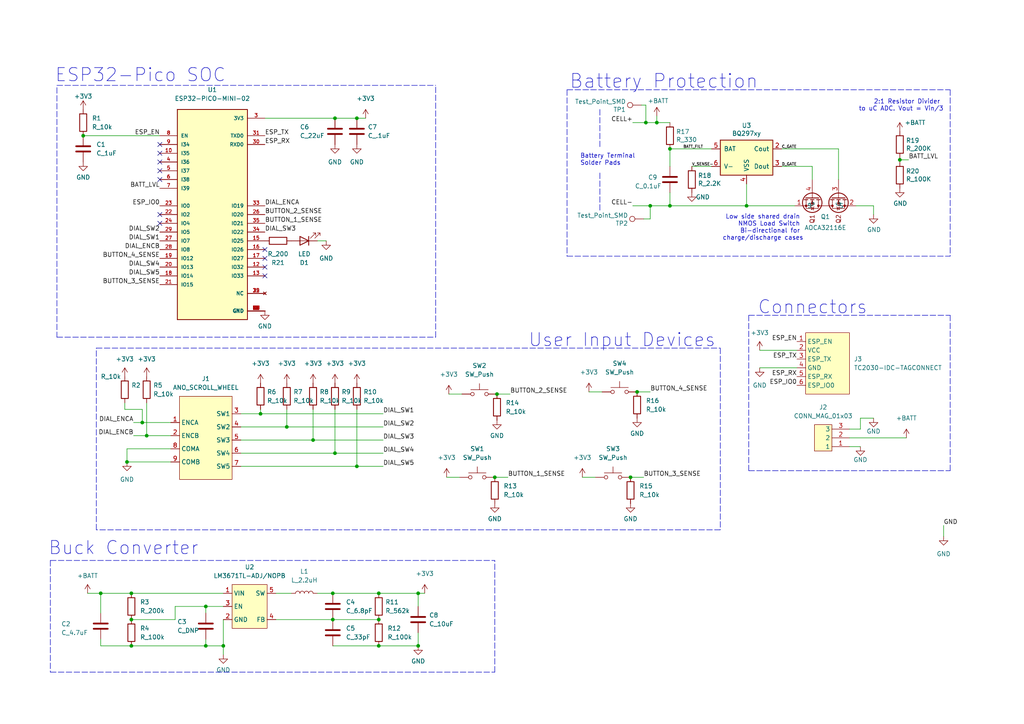
<source format=kicad_sch>
(kicad_sch (version 20211123) (generator eeschema)
  (paper "A4")
  (lib_symbols
    (symbol "Battery_Management:BQ297xy" (pin_names (offset 1.016))
      (property "Reference" "U" (at -6.35 6.35 0))
      (property "Value" "BQ297xy" (at 5.08 -6.35 0))
      (symbol "BQ297xy_0_1"
        (rectangle (start -7.62 5.08) (end 7.62 -5.08) (stroke (width 0.254)) (fill (type background)))
      )
      (symbol "BQ297xy_1_1"
        (pin no_connect line (at 7.62 0 180) (length 2.54) hide (name "NC") (number "1"))
        (pin output line (at 10.16 2.54 180) (length 2.54) (name "Cout") (number "2"))
        (pin output line (at 10.16 -2.54 180) (length 2.54) (name "Dout") (number "3"))
        (pin power_in line (at 0 -7.62 90) (length 2.54) (name "VSS") (number "4"))
        (pin input line (at -10.16 2.54 0) (length 2.54) (name "BAT") (number "5"))
        (pin input line (at -10.16 -2.54 0) (length 2.54) (name "V-") (number "6"))
      )
    )
    (symbol "Connector:TestPoint" (pin_numbers hide) (pin_names (offset 0.762) hide)
      (property "Reference" "TP" (at 0 6.858 0))
      (property "Value" "TestPoint" (at 0 5.08 0))
      (symbol "TestPoint_0_1"
        (circle (center 0 3.302) (radius 0.762))
      )
      (symbol "TestPoint_1_1"
        (pin passive line (at 0 0 90) (length 2.54) (name "1") (number "1"))
      )
    )
    (symbol "Device:C" (pin_numbers hide) (pin_names (offset 0.254))
      (property "Reference" "C" (at 0.635 2.54 0))
      (property "Value" "C" (at 0.635 -2.54 0))
      (symbol "C_0_1"
        (polyline (pts (xy -2.032 -0.762) (xy 2.032 -0.762)) (stroke (width 0.508)))
        (polyline (pts (xy -2.032 0.762) (xy 2.032 0.762)) (stroke (width 0.508)))
      )
      (symbol "C_1_1"
        (pin passive line (at 0 3.81 270) (length 2.794) (name "~") (number "1"))
        (pin passive line (at 0 -3.81 90) (length 2.794) (name "~") (number "2"))
      )
    )
    (symbol "Device:L" (pin_numbers hide) (pin_names (offset 1.016) hide)
      (property "Reference" "L" (at -1.27 0 90))
      (property "Value" "L" (at 1.905 0 90))
      (symbol "L_0_1"
        (arc (start 0 -2.54) (mid 0.635 -1.905) (end 0 -1.27))
        (arc (start 0 -1.27) (mid 0.635 -0.635) (end 0 0))
        (arc (start 0 0) (mid 0.635 0.635) (end 0 1.27))
        (arc (start 0 1.27) (mid 0.635 1.905) (end 0 2.54))
      )
      (symbol "L_1_1"
        (pin passive line (at 0 3.81 270) (length 1.27) (name "1") (number "1"))
        (pin passive line (at 0 -3.81 90) (length 1.27) (name "2") (number "2"))
      )
    )
    (symbol "Device:LED" (pin_numbers hide) (pin_names (offset 1.016) hide)
      (property "Reference" "D" (at 0 2.54 0))
      (property "Value" "LED" (at 0 -2.54 0))
      (symbol "LED_0_1"
        (polyline (pts (xy -1.27 -1.27) (xy -1.27 1.27)) (stroke (width 0.254)))
        (polyline (pts (xy -1.27 0) (xy 1.27 0)))
        (polyline (pts (xy 1.27 -1.27) (xy 1.27 1.27) (xy -1.27 0) (xy 1.27 -1.27)) (stroke (width 0.254)))
        (polyline (pts (xy -3.048 -0.762) (xy -4.572 -2.286) (xy -3.81 -2.286) (xy -4.572 -2.286) (xy -4.572 -1.524)))
        (polyline (pts (xy -1.778 -0.762) (xy -3.302 -2.286) (xy -2.54 -2.286) (xy -3.302 -2.286) (xy -3.302 -1.524)))
      )
      (symbol "LED_1_1"
        (pin passive line (at -3.81 0 0) (length 2.54) (name "K") (number "1"))
        (pin passive line (at 3.81 0 180) (length 2.54) (name "A") (number "2"))
      )
    )
    (symbol "Device:R" (pin_numbers hide) (pin_names (offset 0))
      (property "Reference" "R" (at 2.032 0 90))
      (property "Value" "R" (at 0 0 90))
      (symbol "R_0_1"
        (rectangle (start -1.016 -2.54) (end 1.016 2.54) (stroke (width 0.254)))
      )
      (symbol "R_1_1"
        (pin passive line (at 0 3.81 270) (length 1.27) (name "~") (number "1"))
        (pin passive line (at 0 -3.81 90) (length 1.27) (name "~") (number "2"))
      )
    )
    (symbol "Switch:SW_Push" (pin_numbers hide) (pin_names (offset 1.016) hide)
      (property "Reference" "SW" (at 1.27 2.54 0))
      (property "Value" "SW_Push" (at 0 -1.524 0))
      (symbol "SW_Push_0_1"
        (circle (center -2.032 0) (radius 0.508))
        (polyline (pts (xy 0 1.27) (xy 0 3.048)))
        (polyline (pts (xy 2.54 1.27) (xy -2.54 1.27)))
        (circle (center 2.032 0) (radius 0.508))
        (pin passive line (at -5.08 0 0) (length 2.54) (name "1") (number "1"))
        (pin passive line (at 5.08 0 180) (length 2.54) (name "2") (number "2"))
      )
    )
    (symbol "power:+3V3" (power) (pin_names (offset 0))
      (property "Value" "+3V3" (at 0 3.556 0))
      (symbol "+3V3_0_1"
        (polyline (pts (xy -0.762 1.27) (xy 0 2.54)))
        (polyline (pts (xy 0 0) (xy 0 2.54)))
        (polyline (pts (xy 0 2.54) (xy 0.762 1.27)))
      )
      (symbol "+3V3_1_1"
        (pin power_in line (at 0 0 90) (length 0) hide (name "+3V3") (number "1"))
      )
    )
    (symbol "power:+BATT" (power) (pin_names (offset 0))
      (property "Value" "+BATT" (at 0 3.556 0))
      (symbol "+BATT_0_1"
        (polyline (pts (xy -0.762 1.27) (xy 0 2.54)))
        (polyline (pts (xy 0 0) (xy 0 2.54)))
        (polyline (pts (xy 0 2.54) (xy 0.762 1.27)))
      )
      (symbol "+BATT_1_1"
        (pin power_in line (at 0 0 90) (length 0) hide (name "+BATT") (number "1"))
      )
    )
    (symbol "power:GND" (power) (pin_names (offset 0))
      (property "Value" "GND" (at 0 -3.81 0))
      (symbol "GND_0_1"
        (polyline (pts (xy 0 0) (xy 0 -1.27) (xy 1.27 -1.27) (xy 0 -2.54) (xy -1.27 -1.27) (xy 0 -1.27)))
      )
      (symbol "GND_1_1"
        (pin power_in line (at 0 0 270) (length 0) hide (name "GND") (number "1"))
      )
    )
    (symbol "ring-rescue:AOCA32116E-step" (pin_names (offset 1.016))
      (property "Reference" "Q" (at 6.35 -1.27 90))
      (property "Value" "AOCA32116E-step" (at 6.35 6.35 90))
      (symbol "AOCA32116E-step_0_0"
        (text "Q1" (at 3.81 7.62 0) (effects (font (size 1.27 1.27))))
        (text "Q2" (at 3.81 0 0) (effects (font (size 1.27 1.27))))
      )
      (symbol "AOCA32116E-step_0_1"
        (rectangle (start 0 2.54) (end 0 5.08))
      )
      (symbol "AOCA32116E-step_1_1"
        (circle (center -0.889 0) (radius 2.8194) (stroke (width 0.254)))
        (circle (center -0.889 7.62) (radius 2.8194) (stroke (width 0.254)))
        (circle (center 0 -1.778) (radius 0.2794) (fill (type outline)))
        (polyline (pts (xy -1.778 -1.778) (xy 0 -1.778)))
        (polyline (pts (xy -1.778 -1.27) (xy -1.778 -2.286)) (stroke (width 0.254)))
        (polyline (pts (xy -1.778 0) (xy 0 0)))
        (polyline (pts (xy -1.778 0.508) (xy -1.778 -0.508)) (stroke (width 0.254)))
        (polyline (pts (xy -1.778 1.778) (xy 0 1.778)))
        (polyline (pts (xy -1.778 2.286) (xy -1.778 1.27)) (stroke (width 0.254)))
        (polyline (pts (xy -1.778 5.334) (xy -1.778 6.35)) (stroke (width 0.254)))
        (polyline (pts (xy -1.778 5.842) (xy 0 5.842)))
        (polyline (pts (xy -1.778 7.112) (xy -1.778 8.128)) (stroke (width 0.254)))
        (polyline (pts (xy -1.778 7.62) (xy 0 7.62)))
        (polyline (pts (xy -1.778 8.89) (xy -1.778 9.906)) (stroke (width 0.254)))
        (polyline (pts (xy -1.778 9.398) (xy 0 9.398)))
        (polyline (pts (xy 0 -1.778) (xy 0 -2.54)))
        (polyline (pts (xy 0 -1.778) (xy 0 0)))
        (polyline (pts (xy 0 2.54) (xy 0 1.778)))
        (polyline (pts (xy 0 5.08) (xy 0 5.842)))
        (polyline (pts (xy 0 9.398) (xy 0 7.62)))
        (polyline (pts (xy 0 9.398) (xy 0 10.16)))
        (polyline (pts (xy -2.286 1.905) (xy -2.286 -1.905) (xy -2.286 -1.905)) (stroke (width 0.254)))
        (polyline (pts (xy -2.286 5.715) (xy -2.286 9.525) (xy -2.286 9.525)) (stroke (width 0.254)))
        (polyline (pts (xy -1.524 0) (xy -0.508 0.381) (xy -0.508 -0.381) (xy -1.524 0)) (fill (type outline)))
        (polyline (pts (xy -1.524 7.62) (xy -0.508 7.239) (xy -0.508 8.001) (xy -1.524 7.62)) (fill (type outline)))
        (polyline (pts (xy 0 -1.778) (xy 0.762 -1.778) (xy 0.762 1.778) (xy 0 1.778)))
        (polyline (pts (xy 0 9.398) (xy 0.762 9.398) (xy 0.762 5.842) (xy 0 5.842)))
        (polyline (pts (xy 0.254 0.508) (xy 0.381 0.381) (xy 1.143 0.381) (xy 1.27 0.254)))
        (polyline (pts (xy 0.254 7.112) (xy 0.381 7.239) (xy 1.143 7.239) (xy 1.27 7.366)))
        (polyline (pts (xy 0.762 0.381) (xy 0.381 -0.254) (xy 1.143 -0.254) (xy 0.762 0.381)))
        (polyline (pts (xy 0.762 7.239) (xy 0.381 7.874) (xy 1.143 7.874) (xy 0.762 7.239)))
        (circle (center 0 1.778) (radius 0.2794) (fill (type outline)))
        (circle (center 0 5.842) (radius 0.2794) (fill (type outline)))
        (circle (center 0 9.398) (radius 0.2794) (fill (type outline)))
        (pin passive line (at 0 12.7 270) (length 2.54) (name "S") (number "1"))
        (pin passive line (at 0 -5.08 90) (length 2.54) (name "S") (number "2"))
        (pin input line (at -7.62 0 0) (length 5.334) (name "G") (number "3"))
        (pin input line (at -7.62 7.62 0) (length 5.334) (name "G") (number "4"))
      )
    )
    (symbol "step:ANO_SCROLL_WHEEL"
      (property "Reference" "J" (at 0 -13.97 0))
      (property "Value" "ANO_SCROLL_WHEEL" (at 0 -13.97 0))
      (symbol "ANO_SCROLL_WHEEL_0_1"
        (rectangle (start -7.62 12.7) (end 7.62 -11.43) (fill (type background)))
      )
      (symbol "ANO_SCROLL_WHEEL_1_1"
        (pin output line (at -10.16 5.08 0) (length 2.54) (name "ENCA") (number "1"))
        (pin output line (at -10.16 1.27 0) (length 2.54) (name "ENCB") (number "2"))
        (pin output line (at 10.16 7.62 180) (length 2.54) (name "SW1") (number "3"))
        (pin output line (at 10.16 3.81 180) (length 2.54) (name "SW2") (number "4"))
        (pin output line (at 10.16 0 180) (length 2.54) (name "SW3") (number "5"))
        (pin output line (at 10.16 -3.81 180) (length 2.54) (name "SW4") (number "6"))
        (pin output line (at 10.16 -7.62 180) (length 2.54) (name "SW5") (number "7"))
        (pin input line (at -10.16 -2.54 0) (length 2.54) (name "COMA") (number "8"))
        (pin input line (at -10.16 -6.35 0) (length 2.54) (name "COMB") (number "9"))
      )
    )
    (symbol "step:CONN_MAG_01x03"
      (property "Reference" "J" (at -1.27 7.62 0))
      (property "Value" "CONN_MAG_01x03" (at -1.27 -3.81 0))
      (symbol "CONN_MAG_01x03_0_1"
        (rectangle (start -2.54 5.08) (end 2.54 -2.54) (fill (type background)))
      )
      (symbol "CONN_MAG_01x03_1_1"
        (pin passive line (at -7.62 3.81 0) (length 5.08) (name "1") (number "1"))
        (pin passive line (at -7.62 1.27 0) (length 5.08) (name "2") (number "2"))
        (pin passive line (at -7.62 -1.27 0) (length 5.08) (name "3") (number "3"))
      )
    )
    (symbol "step:ESP32-PICO-MINI-02" (pin_names (offset 1.016))
      (property "Reference" "U" (at -10.16 33.02 0))
      (property "Value" "ESP32-PICO-MINI-02" (at -10.16 -33.02 0))
      (symbol "ESP32-PICO-MINI-02_0_0"
        (rectangle (start -10.16 -30.48) (end 10.16 30.48) (stroke (width 0.254)) (fill (type background)))
        (pin power_in line (at 15.24 -27.94 180) (length 5.08) (name "GND") (number "1"))
        (pin input line (at -15.24 17.78 0) (length 5.08) (name "I35") (number "10"))
        (pin power_in line (at 15.24 -27.94 180) (length 5.08) (name "GND") (number "11"))
        (pin bidirectional line (at 15.24 -15.24 180) (length 5.08) (name "IO32") (number "12"))
        (pin bidirectional line (at 15.24 -17.78 180) (length 5.08) (name "IO33") (number "13"))
        (pin power_in line (at 15.24 -27.94 180) (length 5.08) (name "GND") (number "14"))
        (pin bidirectional line (at 15.24 -7.62 180) (length 5.08) (name "IO25") (number "15"))
        (pin bidirectional line (at 15.24 -10.16 180) (length 5.08) (name "IO26") (number "16"))
        (pin bidirectional line (at 15.24 -12.7 180) (length 5.08) (name "IO27") (number "17"))
        (pin bidirectional line (at -15.24 -17.78 0) (length 5.08) (name "IO14") (number "18"))
        (pin bidirectional line (at -15.24 -12.7 0) (length 5.08) (name "IO12") (number "19"))
        (pin power_in line (at 15.24 -27.94 180) (length 5.08) (name "GND") (number "2"))
        (pin bidirectional line (at -15.24 -15.24 0) (length 5.08) (name "IO13") (number "20"))
        (pin bidirectional line (at -15.24 -20.32 0) (length 5.08) (name "IO15") (number "21"))
        (pin bidirectional line (at -15.24 0 0) (length 5.08) (name "IO2") (number "22"))
        (pin bidirectional line (at -15.24 2.54 0) (length 5.08) (name "IO0") (number "23"))
        (pin bidirectional line (at -15.24 -2.54 0) (length 5.08) (name "IO4") (number "24"))
        (pin no_connect line (at 15.24 -22.86 180) (length 5.08) (name "NC") (number "25"))
        (pin bidirectional line (at 15.24 0 180) (length 5.08) (name "IO20") (number "26"))
        (pin bidirectional line (at -15.24 -7.62 0) (length 5.08) (name "IO7") (number "27"))
        (pin bidirectional line (at -15.24 -10.16 0) (length 5.08) (name "IO8") (number "28"))
        (pin bidirectional line (at -15.24 -5.08 0) (length 5.08) (name "IO5") (number "29"))
        (pin power_in line (at 15.24 27.94 180) (length 5.08) (name "3V3") (number "3"))
        (pin bidirectional line (at 15.24 20.32 180) (length 5.08) (name "RXD0") (number "30"))
        (pin bidirectional line (at 15.24 22.86 180) (length 5.08) (name "TXD0") (number "31"))
        (pin no_connect line (at 15.24 -22.86 180) (length 5.08) (name "NC") (number "32"))
        (pin bidirectional line (at 15.24 2.54 180) (length 5.08) (name "IO19") (number "33"))
        (pin bidirectional line (at 15.24 -5.08 180) (length 5.08) (name "IO22") (number "34"))
        (pin bidirectional line (at 15.24 -2.54 180) (length 5.08) (name "IO21") (number "35"))
        (pin power_in line (at 15.24 -27.94 180) (length 5.08) (name "GND") (number "36"))
        (pin power_in line (at 15.24 -27.94 180) (length 5.08) (name "GND") (number "37"))
        (pin power_in line (at 15.24 -27.94 180) (length 5.08) (name "GND") (number "38"))
        (pin power_in line (at 15.24 -27.94 180) (length 5.08) (name "GND") (number "39"))
        (pin input line (at -15.24 15.24 0) (length 5.08) (name "I36") (number "4"))
        (pin power_in line (at 15.24 -27.94 180) (length 5.08) (name "GND") (number "40"))
        (pin power_in line (at 15.24 -27.94 180) (length 5.08) (name "GND") (number "41"))
        (pin power_in line (at 15.24 -27.94 180) (length 5.08) (name "GND") (number "42"))
        (pin power_in line (at 15.24 -27.94 180) (length 5.08) (name "GND") (number "43"))
        (pin power_in line (at 15.24 -27.94 180) (length 5.08) (name "GND") (number "44"))
        (pin power_in line (at 15.24 -27.94 180) (length 5.08) (name "GND") (number "45"))
        (pin power_in line (at 15.24 -27.94 180) (length 5.08) (name "GND") (number "46"))
        (pin power_in line (at 15.24 -27.94 180) (length 5.08) (name "GND") (number "47"))
        (pin power_in line (at 15.24 -27.94 180) (length 5.08) (name "GND") (number "48"))
        (pin power_in line (at 15.24 -27.94 180) (length 5.08) (name "GND") (number "49"))
        (pin input line (at -15.24 12.7 0) (length 5.08) (name "I37") (number "5"))
        (pin power_in line (at 15.24 -27.94 180) (length 5.08) (name "GND") (number "50"))
        (pin power_in line (at 15.24 -27.94 180) (length 5.08) (name "GND") (number "51"))
        (pin power_in line (at 15.24 -27.94 180) (length 5.08) (name "GND") (number "52"))
        (pin power_in line (at 15.24 -27.94 180) (length 5.08) (name "GND") (number "53"))
        (pin power_in line (at 15.24 -27.94 180) (length 5.08) (name "GND") (number "54"))
        (pin power_in line (at 15.24 -27.94 180) (length 5.08) (name "GND") (number "55"))
        (pin power_in line (at 15.24 -27.94 180) (length 5.08) (name "GND") (number "56"))
        (pin power_in line (at 15.24 -27.94 180) (length 5.08) (name "GND") (number "57"))
        (pin power_in line (at 15.24 -27.94 180) (length 5.08) (name "GND") (number "58"))
        (pin power_in line (at 15.24 -27.94 180) (length 5.08) (name "GND") (number "59"))
        (pin input line (at -15.24 10.16 0) (length 5.08) (name "I38") (number "6"))
        (pin power_in line (at 15.24 -27.94 180) (length 5.08) (name "GND") (number "60"))
        (pin power_in line (at 15.24 -27.94 180) (length 5.08) (name "GND") (number "61"))
        (pin input line (at -15.24 7.62 0) (length 5.08) (name "I39") (number "7"))
        (pin input line (at -15.24 22.86 0) (length 5.08) (name "EN") (number "8"))
        (pin input line (at -15.24 20.32 0) (length 5.08) (name "I34") (number "9"))
      )
    )
    (symbol "step:LM3671TL-ADJ{slash}NOPB"
      (property "Reference" "U" (at 0 7.62 0))
      (property "Value" "LM3671TL-ADJ{slash}NOPB" (at 0 10.16 0))
      (symbol "LM3671TL-ADJ{slash}NOPB_0_1"
        (rectangle (start -5.08 6.35) (end 5.08 -6.35) (fill (type background)))
      )
      (symbol "LM3671TL-ADJ{slash}NOPB_1_1"
        (pin input line (at -7.62 3.81 0) (length 2.54) (name "VIN") (number "1"))
        (pin input line (at -7.62 -3.81 0) (length 2.54) (name "GND") (number "2"))
        (pin input line (at -7.62 0 0) (length 2.54) (name "EN") (number "3"))
        (pin input line (at 7.62 -3.81 180) (length 2.54) (name "FB") (number "4"))
        (pin input line (at 7.62 3.81 180) (length 2.54) (name "SW") (number "5"))
      )
    )
    (symbol "step:TC2030-IDC-TAGCONNECT"
      (property "Reference" "J" (at 0 12.7 0))
      (property "Value" "TC2030-IDC-TAGCONNECT" (at -1.27 10.16 0))
      (symbol "TC2030-IDC-TAGCONNECT_0_1"
        (rectangle (start -6.35 8.89) (end 6.35 -8.89) (fill (type background)))
      )
      (symbol "TC2030-IDC-TAGCONNECT_1_1"
        (pin input line (at -8.89 6.35 0) (length 2.54) (name "ESP_EN") (number "1"))
        (pin input line (at -8.89 3.81 0) (length 2.54) (name "VCC") (number "2"))
        (pin input line (at -8.89 1.27 0) (length 2.54) (name "ESP_TX") (number "3"))
        (pin input line (at -8.89 -1.27 0) (length 2.54) (name "GND") (number "4"))
        (pin input line (at -8.89 -3.81 0) (length 2.54) (name "ESP_RX") (number "5"))
        (pin input line (at -8.89 -6.35 0) (length 2.54) (name "ESP_IO0") (number "6"))
      )
    )
  )
  (junction (at 109.855 172.085))
  (junction (at 187.325 35.56))
  (junction (at 90.805 127.635))
  (junction (at 194.31 59.69))
  (junction (at 36.83 133.985))
  (junction (at 182.88 138.43))
  (junction (at 59.69 187.325))
  (junction (at 96.52 172.085))
  (junction (at 121.285 187.325))
  (junction (at 260.985 46.355))
  (junction (at 188.595 59.69))
  (junction (at 103.505 34.29))
  (junction (at 103.505 135.255))
  (junction (at 38.1 172.085))
  (junction (at 194.31 43.18))
  (junction (at 75.565 120.015))
  (junction (at 143.51 138.43))
  (junction (at 109.855 179.705))
  (junction (at 97.155 131.445))
  (junction (at 59.69 175.895))
  (junction (at 121.285 172.085))
  (junction (at 24.13 39.37))
  (junction (at 216.535 59.69))
  (junction (at 190.5 35.56))
  (junction (at 83.185 123.825))
  (junction (at 38.1 179.705))
  (junction (at 41.275 122.555))
  (junction (at 29.21 172.085))
  (junction (at 38.1 187.325))
  (junction (at 184.785 113.665))
  (junction (at 97.155 34.29))
  (junction (at 96.52 179.705))
  (junction (at 42.545 126.365))
  (junction (at 109.855 187.325))
  (junction (at 144.145 114.3))
  (junction (at 64.77 187.325))
  (no_connect (at 46.355 49.53))
  (no_connect (at 76.835 74.93))
  (no_connect (at 76.835 80.01))
  (no_connect (at 46.355 64.77))
  (no_connect (at 76.835 72.39))
  (no_connect (at 46.355 41.91))
  (no_connect (at 46.355 44.45))
  (no_connect (at 46.355 62.23))
  (no_connect (at 76.835 77.47))
  (no_connect (at 46.355 46.99))
  (no_connect (at 46.355 52.07))
  (wire (pts (xy 41.275 122.555) (xy 49.53 122.555)))
  (wire (pts (xy 69.85 127.635) (xy 90.805 127.635)))
  (polyline (pts (xy 14.605 162.56) (xy 14.605 194.945)))
  (wire (pts (xy 246.38 129.54) (xy 249.555 129.54)))
  (wire (pts (xy 59.69 177.8) (xy 59.69 175.895)))
  (polyline (pts (xy 208.915 153.67) (xy 27.94 153.67)))
  (wire (pts (xy 111.125 123.825) (xy 83.185 123.825)))
  (wire (pts (xy 41.275 118.745) (xy 41.275 122.555)))
  (wire (pts (xy 36.195 116.84) (xy 36.195 118.745)))
  (wire (pts (xy 260.985 46.355) (xy 263.525 46.355)))
  (wire (pts (xy 50.8 175.895) (xy 59.69 175.895)))
  (wire (pts (xy 25.4 172.085) (xy 29.21 172.085)))
  (wire (pts (xy 50.8 175.895) (xy 50.8 179.705)))
  (wire (pts (xy 187.325 35.56) (xy 190.5 35.56)))
  (wire (pts (xy 64.77 179.705) (xy 64.77 187.325)))
  (wire (pts (xy 143.51 138.43) (xy 147.32 138.43)))
  (wire (pts (xy 103.505 118.745) (xy 103.505 135.255)))
  (polyline (pts (xy 217.17 91.44) (xy 275.59 91.44)))
  (polyline (pts (xy 16.51 97.79) (xy 126.365 97.79)))
  (wire (pts (xy 226.695 43.18) (xy 243.205 43.18)))
  (polyline (pts (xy 173.99 31.75) (xy 173.99 42.545)))
  (wire (pts (xy 90.805 118.745) (xy 90.805 127.635)))
  (polyline (pts (xy 14.605 162.56) (xy 143.51 162.56)))
  (wire (pts (xy 38.1 172.085) (xy 64.77 172.085)))
  (wire (pts (xy 42.545 116.84) (xy 42.545 126.365)))
  (wire (pts (xy 80.01 179.705) (xy 96.52 179.705)))
  (polyline (pts (xy 14.605 194.945) (xy 143.51 194.945)))
  (wire (pts (xy 249.555 124.46) (xy 249.555 121.285)))
  (wire (pts (xy 36.83 130.175) (xy 36.83 133.985)))
  (wire (pts (xy 76.835 34.29) (xy 97.155 34.29)))
  (wire (pts (xy 200.66 48.26) (xy 206.375 48.26)))
  (wire (pts (xy 121.285 172.085) (xy 123.19 172.085)))
  (polyline (pts (xy 16.51 25.4) (xy 16.51 97.79)))
  (wire (pts (xy 90.805 127.635) (xy 111.125 127.635)))
  (wire (pts (xy 248.285 59.69) (xy 253.365 59.69)))
  (polyline (pts (xy 217.17 91.44) (xy 217.17 136.525)))
  (wire (pts (xy 246.38 127) (xy 262.89 127)))
  (wire (pts (xy 190.5 35.56) (xy 194.31 35.56)))
  (wire (pts (xy 260.985 46.99) (xy 260.985 46.355)))
  (wire (pts (xy 24.13 39.37) (xy 46.355 39.37)))
  (wire (pts (xy 249.555 121.285) (xy 253.365 121.285)))
  (wire (pts (xy 188.595 59.69) (xy 194.31 59.69)))
  (wire (pts (xy 183.515 59.69) (xy 188.595 59.69)))
  (wire (pts (xy 38.735 122.555) (xy 41.275 122.555)))
  (wire (pts (xy 220.345 101.6) (xy 231.14 101.6)))
  (wire (pts (xy 194.31 48.26) (xy 194.31 43.18)))
  (wire (pts (xy 187.325 30.48) (xy 187.325 35.56)))
  (polyline (pts (xy 126.365 97.79) (xy 126.365 24.765)))
  (wire (pts (xy 220.345 106.68) (xy 231.14 106.68)))
  (wire (pts (xy 226.695 48.26) (xy 235.585 48.26)))
  (wire (pts (xy 29.21 172.085) (xy 38.1 172.085)))
  (wire (pts (xy 273.685 152.4) (xy 273.685 155.575)))
  (wire (pts (xy 235.585 48.26) (xy 235.585 52.07)))
  (wire (pts (xy 75.565 120.015) (xy 69.85 120.015)))
  (polyline (pts (xy 27.94 153.67) (xy 27.94 100.965)))
  (wire (pts (xy 190.5 33.655) (xy 190.5 35.56)))
  (wire (pts (xy 59.69 185.42) (xy 59.69 187.325)))
  (polyline (pts (xy 143.51 194.945) (xy 143.51 162.56)))
  (wire (pts (xy 170.815 113.665) (xy 174.625 113.665)))
  (polyline (pts (xy 16.51 24.765) (xy 126.365 24.765)))
  (wire (pts (xy 96.52 172.085) (xy 109.855 172.085)))
  (wire (pts (xy 129.54 138.43) (xy 133.35 138.43)))
  (wire (pts (xy 216.535 53.34) (xy 216.535 59.69)))
  (wire (pts (xy 92.075 172.085) (xy 96.52 172.085)))
  (polyline (pts (xy 275.59 26.035) (xy 275.59 74.295)))
  (wire (pts (xy 96.52 179.705) (xy 109.855 179.705)))
  (wire (pts (xy 182.88 138.43) (xy 186.69 138.43)))
  (wire (pts (xy 253.365 59.69) (xy 253.365 62.23)))
  (polyline (pts (xy 164.465 26.035) (xy 275.59 26.035)))
  (wire (pts (xy 38.1 187.325) (xy 59.69 187.325)))
  (wire (pts (xy 144.145 114.3) (xy 147.955 114.3)))
  (wire (pts (xy 109.855 187.325) (xy 121.285 187.325)))
  (wire (pts (xy 38.1 179.705) (xy 50.8 179.705)))
  (wire (pts (xy 111.125 135.255) (xy 103.505 135.255)))
  (wire (pts (xy 103.505 135.255) (xy 69.85 135.255)))
  (wire (pts (xy 111.125 120.015) (xy 75.565 120.015)))
  (wire (pts (xy 230.505 59.69) (xy 216.535 59.69)))
  (wire (pts (xy 121.285 172.085) (xy 121.285 175.895)))
  (polyline (pts (xy 27.94 100.965) (xy 208.915 100.965)))
  (wire (pts (xy 246.38 124.46) (xy 249.555 124.46)))
  (wire (pts (xy 260.985 46.355) (xy 260.985 45.72)))
  (wire (pts (xy 38.735 126.365) (xy 42.545 126.365)))
  (wire (pts (xy 59.69 187.325) (xy 64.77 187.325)))
  (wire (pts (xy 29.21 187.325) (xy 29.21 185.42)))
  (wire (pts (xy 42.545 126.365) (xy 49.53 126.365)))
  (wire (pts (xy 96.52 187.325) (xy 109.855 187.325)))
  (wire (pts (xy 186.055 30.48) (xy 187.325 30.48)))
  (wire (pts (xy 64.77 189.865) (xy 64.77 187.325)))
  (wire (pts (xy 130.175 114.3) (xy 133.985 114.3)))
  (wire (pts (xy 168.91 138.43) (xy 172.72 138.43)))
  (wire (pts (xy 194.31 59.69) (xy 216.535 59.69)))
  (wire (pts (xy 97.155 131.445) (xy 69.85 131.445)))
  (wire (pts (xy 59.69 175.895) (xy 64.77 175.895)))
  (wire (pts (xy 83.185 118.745) (xy 83.185 123.825)))
  (wire (pts (xy 184.785 113.665) (xy 188.595 113.665)))
  (wire (pts (xy 38.1 187.325) (xy 29.21 187.325)))
  (wire (pts (xy 121.285 187.325) (xy 121.285 183.515)))
  (wire (pts (xy 80.01 172.085) (xy 84.455 172.085)))
  (wire (pts (xy 194.31 55.88) (xy 194.31 59.69)))
  (wire (pts (xy 243.205 43.18) (xy 243.205 52.07)))
  (polyline (pts (xy 275.59 136.525) (xy 275.59 91.44)))
  (wire (pts (xy 97.155 118.745) (xy 97.155 131.445)))
  (wire (pts (xy 97.155 34.29) (xy 103.505 34.29)))
  (wire (pts (xy 188.595 63.5) (xy 188.595 59.69)))
  (wire (pts (xy 111.125 131.445) (xy 97.155 131.445)))
  (wire (pts (xy 49.53 133.985) (xy 36.83 133.985)))
  (wire (pts (xy 36.195 118.745) (xy 41.275 118.745)))
  (wire (pts (xy 109.855 172.085) (xy 121.285 172.085)))
  (wire (pts (xy 103.505 34.29) (xy 106.045 34.29)))
  (wire (pts (xy 75.565 118.745) (xy 75.565 120.015)))
  (polyline (pts (xy 173.99 50.165) (xy 173.99 60.96)))
  (wire (pts (xy 92.075 69.85) (xy 94.615 69.85)))
  (polyline (pts (xy 208.915 100.965) (xy 208.915 153.67)))
  (polyline (pts (xy 164.465 74.295) (xy 275.59 74.295)))
  (wire (pts (xy 29.21 172.085) (xy 29.21 177.8)))
  (wire (pts (xy 83.185 123.825) (xy 69.85 123.825)))
  (wire (pts (xy 49.53 130.175) (xy 36.83 130.175)))
  (polyline (pts (xy 164.465 26.035) (xy 164.465 74.295)))
  (wire (pts (xy 186.69 63.5) (xy 188.595 63.5)))
  (polyline (pts (xy 217.17 136.525) (xy 275.59 136.525)))
  (wire (pts (xy 194.31 43.18) (xy 206.375 43.18)))
  (wire (pts (xy 183.515 35.56) (xy 187.325 35.56)))
  (text "Low side shared drain \nNMOS Load Switch \nBi-directional for \ncharge/discharge cases\n" (at 233.045 69.85 180) (effects (font (size 1.27 1.27)) (justify right bottom)))
  (text "Battery Terminal\nSolder Pads\n " (at 168.275 50.165 0) (effects (font (size 1.27 1.27)) (justify left bottom)))
  (text "ESP32-Pico SOC" (at 15.875 24.13 0) (effects (font (size 3.81 3.81)) (justify left bottom)))
  (text "Battery Protection" (at 165.1 26.035 0) (effects (font (size 3.9878 3.9878)) (justify left bottom)))
  (text "Buck Converter" (at 13.97 161.29 0) (effects (font (size 3.81 3.81)) (justify left bottom)))
  (text "Connectors" (at 219.71 91.44 0) (effects (font (size 3.81 3.81)) (justify left bottom)))
  (text "User Input Devices" (at 207.645 100.965 180) (effects (font (size 3.81 3.81)) (justify right bottom)))
  (text "2:1 Resistor Divider \nto uC ADC. Vout = Vin/3" (at 273.685 32.385 180) (effects (font (size 1.27 1.27)) (justify right bottom)))
  (label "DIAL_SW4" (at 46.355 77.47 180))
  (label "C_GATE" (at 226.695 43.18 0) (effects (font (size 0.8 0.8))))
  (label "ESP_TX" (at 231.14 104.14 180))
  (label "ESP_RX" (at 231.14 109.22 180))
  (label "ESP_IO0" (at 231.14 111.76 180))
  (label "BUTTON_3_SENSE" (at 186.69 138.43 0))
  (label "DIAL_ENCA" (at 38.735 122.555 180))
  (label "DIAL_SW2" (at 46.355 67.31 180))
  (label "DIAL_ENCA" (at 76.835 59.69 0))
  (label "BATT_LVL" (at 46.355 54.61 180))
  (label "BATT_FILT" (at 198.12 43.18 0) (effects (font (size 0.8 0.8))))
  (label "CELL+" (at 183.515 35.56 180))
  (label "BATT_LVL" (at 263.525 46.355 0))
  (label "ESP_IO0" (at 46.355 59.69 180))
  (label "DIAL_SW1" (at 111.125 120.015 0))
  (label "BUTTON_1_SENSE" (at 76.835 64.77 0))
  (label "BUTTON_2_SENSE" (at 147.955 114.3 0))
  (label "DIAL_SW4" (at 111.125 131.445 0))
  (label "D_GATE" (at 226.695 48.26 0) (effects (font (size 0.8 0.8))))
  (label "ESP_EN" (at 46.355 39.37 180))
  (label "ESP_RX" (at 76.835 41.91 0))
  (label "DIAL_SW5" (at 111.125 135.255 0))
  (label "DIAL_SW5" (at 46.355 80.01 180))
  (label "BUTTON_2_SENSE" (at 76.835 62.23 0))
  (label "DIAL_SW1" (at 46.355 69.85 180))
  (label "BUTTON_3_SENSE" (at 46.355 82.55 180))
  (label "BUTTON_4_SENSE" (at 188.595 113.665 0))
  (label "DIAL_ENCB" (at 46.355 72.39 180))
  (label "DIAL_SW2" (at 111.125 123.825 0))
  (label "BUTTON_1_SENSE" (at 147.32 138.43 0))
  (label "DIAL_ENCB" (at 38.735 126.365 180))
  (label "ESP_TX" (at 76.835 39.37 0))
  (label "DIAL_SW3" (at 111.125 127.635 0))
  (label "BUTTON_4_SENSE" (at 46.355 74.93 180))
  (label "DIAL_SW3" (at 76.835 67.31 0))
  (label "CELL-" (at 183.515 59.69 180))
  (label "V_SENSE-" (at 200.66 48.26 0) (effects (font (size 0.8 0.8))))
  (label "GND" (at 273.685 152.4 0))
  (label "ESP_EN" (at 231.14 99.06 180))
  (symbol (lib_id "power:GND") (at 97.155 41.91 0) (unit 1)
    (property "Reference" "#PWR012" (effects hide))
    (property "Value" "GND" (at 97.155 46.99 0))
  )
  (symbol (lib_id "Connector:TestPoint") (at 186.055 30.48 90) (unit 1)
    (property "Reference" "TP1" (at 181.5338 31.7754 90) (effects (justify left)))
    (property "Value" "Test_Point_SMD" (at 181.5338 29.464 90) (effects (justify left)))
    (property "Footprint" "TestPoint:TestPoint_Pad_1.5x1.5mm" (effects hide))
  )
  (symbol (lib_id "Device:R") (at 36.195 113.03 0) (unit 1)
    (property "Reference" "R2" (at 38.1 111.7599 0) (effects (justify left)))
    (property "Value" "R_10k" (at 29.21 109.22 0) (effects (justify left)))
    (property "Footprint" "step:R_0603_1608Metric" (effects hide))
  )
  (symbol (lib_id "power:+3V3") (at 170.815 113.665 0) (unit 1)
    (property "Reference" "#PWR024" (effects hide))
    (property "Value" "+3V3" (at 170.815 107.95 0))
  )
  (symbol (lib_id "Device:R") (at 83.185 114.935 0) (unit 1)
    (property "Reference" "R7" (at 85.09 113.6649 0) (effects (justify left)))
    (property "Value" "R_10k" (at 85.09 116.2049 0) (effects (justify left)))
    (property "Footprint" "step:R_0603_1608Metric" (effects hide))
  )
  (symbol (lib_id "step:ANO_SCROLL_WHEEL") (at 59.69 127.635 0) (unit 1)
    (property "Reference" "J1" (at 59.69 109.855 0))
    (property "Value" "ANO_SCROLL_WHEEL" (at 59.69 112.395 0))
    (property "Footprint" "step:ANO_SCROLL_WHEEL" (effects hide))
  )
  (symbol (lib_id "Device:R") (at 75.565 114.935 0) (unit 1)
    (property "Reference" "R6" (at 77.47 113.6649 0) (effects (justify left)))
    (property "Value" "R_10k" (at 77.47 116.2049 0) (effects (justify left)))
    (property "Footprint" "step:R_0603_1608Metric" (effects hide))
  )
  (symbol (lib_id "power:GND") (at 143.51 146.05 0) (unit 1)
    (property "Reference" "#PWR021" (effects hide))
    (property "Value" "GND" (at 143.51 150.495 0))
  )
  (symbol (lib_id "Device:C") (at 59.69 181.61 0) (unit 1)
    (property "Reference" "C3" (at 51.435 180.34 0) (effects (justify left)))
    (property "Value" "C_DNP" (at 51.435 182.88 0) (effects (justify left)))
    (property "Footprint" "step:C_0603_1608Metric" (effects hide))
  )
  (symbol (lib_id "Connector:TestPoint") (at 186.69 63.5 90) (unit 1)
    (property "Reference" "TP2" (at 182.1688 64.7954 90) (effects (justify left)))
    (property "Value" "Test_Point_SMD" (at 182.1688 62.484 90) (effects (justify left)))
    (property "Footprint" "TestPoint:TestPoint_Pad_1.5x1.5mm" (effects hide))
  )
  (symbol (lib_id "Device:R") (at 260.985 41.91 0) (unit 1)
    (property "Reference" "R19" (at 262.763 40.7416 0) (effects (justify left)))
    (property "Value" "R_200K" (at 262.763 43.053 0) (effects (justify left)))
    (property "Footprint" "step:R_0603_1608Metric" (effects hide))
    (property "MFN" "DK" (effects hide))
    (property "MPN" "P300KDACT-ND" (effects hide))
  )
  (symbol (lib_id "Device:C") (at 97.155 38.1 0) (unit 1)
    (property "Reference" "C6" (at 86.995 36.83 0) (effects (justify left)))
    (property "Value" "C_22uF" (at 86.995 39.37 0) (effects (justify left)))
    (property "Footprint" "step:C_0603_1608Metric" (effects hide))
  )
  (symbol (lib_id "power:+3V3") (at 129.54 138.43 0) (unit 1)
    (property "Reference" "#PWR019" (effects hide))
    (property "Value" "+3V3" (at 129.54 132.715 0))
  )
  (symbol (lib_id "Device:L") (at 88.265 172.085 90) (unit 1)
    (property "Reference" "L1" (at 88.265 165.735 90))
    (property "Value" "L_2.2uH" (at 88.265 168.275 90))
    (property "Footprint" "Inductor_SMD:L_0805_2012Metric_Pad1.15x1.40mm_HandSolder" (effects hide))
  )
  (symbol (lib_id "Device:R") (at 194.31 39.37 180) (unit 1)
    (property "Reference" "R17" (at 196.088 38.2016 0) (effects (justify right)))
    (property "Value" "R_330" (at 196.088 40.513 0) (effects (justify right)))
    (property "Footprint" "step:R_0603_1608Metric" (effects hide))
    (property "MFN" "DK" (effects hide))
    (property "MPN" "RMCF0805FT330RCT-ND" (effects hide))
    (property "PurchasingLink" "https://www.digikey.com/product-detail/en/stackpole-electronics-inc/RMCF0805FT330R/RMCF0805FT330RCT-ND/1942351" (effects hide))
  )
  (symbol (lib_id "power:+BATT") (at 25.4 172.085 0) (unit 1)
    (property "Reference" "#PWR03" (effects hide))
    (property "Value" "+BATT" (at 25.4 167.005 0))
  )
  (symbol (lib_id "Device:C") (at 29.21 181.61 0) (unit 1)
    (property "Reference" "C2" (at 17.78 180.975 0) (effects (justify left)))
    (property "Value" "C_4.7uF" (at 17.78 183.515 0) (effects (justify left)))
    (property "Footprint" "step:C_0603_1608Metric" (effects hide))
  )
  (symbol (lib_id "power:+3V3") (at 220.345 101.6 0) (unit 1)
    (property "Reference" "#PWR029" (effects hide))
    (property "Value" "+3V3" (at 220.345 96.52 0))
  )
  (symbol (lib_id "power:GND") (at 249.555 129.54 0) (unit 1)
    (property "Reference" "#PWR031" (effects hide))
    (property "Value" "GND" (at 249.555 133.35 0))
  )
  (symbol (lib_id "Device:LED") (at 88.265 69.85 180) (unit 1)
    (property "Reference" "D1" (at 88.265 76.2 0))
    (property "Value" "LED" (at 88.265 73.66 0))
    (property "Footprint" "step:LED_0805_OEM" (effects hide))
  )
  (symbol (lib_id "power:GND") (at 273.685 155.575 0) (unit 1)
    (property "Reference" "#PWR037" (effects hide))
    (property "Value" "GND" (at 273.685 160.655 0))
  )
  (symbol (lib_id "power:+3V3") (at 83.185 111.125 0) (unit 1)
    (property "Reference" "#PWR010" (effects hide))
    (property "Value" "+3V3" (at 83.185 105.41 0))
  )
  (symbol (lib_id "Device:C") (at 103.505 38.1 0) (unit 1)
    (property "Reference" "C7" (at 106.68 36.8299 0) (effects (justify left)))
    (property "Value" "C_.1uF" (at 106.68 39.3699 0) (effects (justify left)))
    (property "Footprint" "step:C_0603_1608Metric" (effects hide))
  )
  (symbol (lib_id "Device:R") (at 184.785 117.475 0) (unit 1)
    (property "Reference" "R16" (at 187.325 116.2049 0) (effects (justify left)))
    (property "Value" "R_10k" (at 187.325 118.7449 0) (effects (justify left)))
    (property "Footprint" "step:R_0603_1608Metric" (effects hide))
  )
  (symbol (lib_id "Device:R") (at 24.13 35.56 0) (unit 1)
    (property "Reference" "R1" (at 26.67 34.2899 0) (effects (justify left)))
    (property "Value" "R_10k" (at 26.67 36.8299 0) (effects (justify left)))
    (property "Footprint" "step:R_0603_1608Metric" (effects hide))
  )
  (symbol (lib_id "power:GND") (at 103.505 41.91 0) (unit 1)
    (property "Reference" "#PWR014" (effects hide))
    (property "Value" "GND" (at 103.505 46.99 0))
  )
  (symbol (lib_id "Switch:SW_Push") (at 139.065 114.3 0) (unit 1)
    (property "Reference" "SW2" (at 139.065 106.045 0))
    (property "Value" "SW_Push" (at 139.065 108.585 0))
    (property "Footprint" "Button_Switch_THT:SW_PUSH_6mm" (effects hide))
  )
  (symbol (lib_id "power:GND") (at 200.66 55.88 0) (unit 1)
    (property "Reference" "#PWR028" (effects hide))
    (property "Value" "GND" (at 203.835 57.15 0))
  )
  (symbol (lib_id "power:+BATT") (at 260.985 38.1 0) (unit 1)
    (property "Reference" "#PWR034" (effects hide))
    (property "Value" "+BATT" (at 265.43 35.56 0))
  )
  (symbol (lib_id "power:GND") (at 144.145 121.92 0) (unit 1)
    (property "Reference" "#PWR022" (effects hide))
    (property "Value" "GND" (at 144.145 126.365 0))
  )
  (symbol (lib_id "power:+3V3") (at 36.195 109.22 0) (unit 1)
    (property "Reference" "#PWR04" (effects hide))
    (property "Value" "+3V3" (at 36.195 104.14 0))
  )
  (symbol (lib_id "ring-rescue:AOCA32116E-step") (at 243.205 59.69 90) (mirror x) (unit 1)
    (property "Reference" "Q1" (at 239.395 62.865 90))
    (property "Value" "AOCA32116E" (at 239.395 66.04 90))
    (property "Footprint" "step:AOCA32116E" (effects hide))
    (property "Datasheet" "http://www.aosmd.com/res/data_sheets/AOCA32116E.pdf" (effects hide))
    (property "buy" "https://www.digikey.com/en/products/detail/alpha-omega-semiconductor-inc/AOCA32116E/12180390" (effects hide))
  )
  (symbol (lib_id "power:GND") (at 64.77 189.865 0) (unit 1)
    (property "Reference" "#PWR07" (effects hide))
    (property "Value" "GND" (at 64.77 194.31 0))
  )
  (symbol (lib_id "power:+3V3") (at 106.045 34.29 0) (unit 1)
    (property "Reference" "#PWR016" (effects hide))
    (property "Value" "+3V3" (at 106.045 28.575 0))
  )
  (symbol (lib_id "Battery_Management:BQ297xy") (at 216.535 45.72 0) (unit 1)
    (property "Reference" "U3" (at 216.535 36.3982 0))
    (property "Value" "BQ297xy" (at 216.535 38.7096 0))
    (property "Footprint" "Package_SON:WSON-6_1.5x1.5mm_P0.5mm" (effects hide))
    (property "Datasheet" "http://www.ti.com/lit/ds/symlink/bq2970.pdf" (effects hide))
  )
  (symbol (lib_id "Device:R") (at 38.1 183.515 0) (unit 1)
    (property "Reference" "R4" (at 40.64 182.2449 0) (effects (justify left)))
    (property "Value" "R_100k" (at 40.64 184.7849 0) (effects (justify left)))
    (property "Footprint" "step:R_0603_1608Metric" (effects hide))
  )
  (symbol (lib_id "step:TC2030-IDC-TAGCONNECT") (at 240.03 105.41 0) (unit 1)
    (property "Reference" "J3" (at 247.65 104.1399 0) (effects (justify left)))
    (property "Value" "TC2030-IDC-TAGCONNECT" (at 247.65 106.6799 0) (effects (justify left)))
    (property "Footprint" "step:TAG_TC2030-IDC-NL" (effects hide))
    (property "Datasheet" "https://www.tag-connect.com/wp-content/uploads/bsk-pdf-manager/TC2030-CTX_1.pdf" (effects hide))
  )
  (symbol (lib_id "Device:R") (at 90.805 114.935 0) (unit 1)
    (property "Reference" "R8" (at 92.71 113.6649 0) (effects (justify left)))
    (property "Value" "R_10k" (at 92.71 116.2049 0) (effects (justify left)))
    (property "Footprint" "step:R_0603_1608Metric" (effects hide))
  )
  (symbol (lib_id "Device:R") (at 103.505 114.935 0) (unit 1)
    (property "Reference" "R10" (at 105.41 113.6649 0) (effects (justify left)))
    (property "Value" "R_10k" (at 105.41 116.2049 0) (effects (justify left)))
    (property "Footprint" "step:R_0603_1608Metric" (effects hide))
  )
  (symbol (lib_id "power:GND") (at 36.83 133.985 0) (unit 1)
    (property "Reference" "#PWR05" (effects hide))
    (property "Value" "GND" (at 36.83 139.065 0))
  )
  (symbol (lib_id "step:CONN_MAG_01x03") (at 238.76 125.73 180) (unit 1)
    (property "Reference" "J2" (at 238.76 118.11 0))
    (property "Value" "CONN_MAG_01x03" (at 238.76 120.65 0))
    (property "Footprint" "step:CONN_MAG_1x03" (effects hide))
  )
  (symbol (lib_id "power:+3V3") (at 168.91 138.43 0) (unit 1)
    (property "Reference" "#PWR023" (effects hide))
    (property "Value" "+3V3" (at 168.91 132.715 0))
  )
  (symbol (lib_id "power:GND") (at 94.615 69.85 0) (unit 1)
    (property "Reference" "#PWR038" (effects hide))
    (property "Value" "GND" (at 94.615 74.93 0))
  )
  (symbol (lib_id "power:GND") (at 121.285 187.325 0) (unit 1)
    (property "Reference" "#PWR017" (effects hide))
    (property "Value" "GND" (at 121.285 191.77 0))
  )
  (symbol (lib_id "Device:C") (at 121.285 179.705 0) (unit 1)
    (property "Reference" "C8" (at 124.46 178.4349 0) (effects (justify left)))
    (property "Value" "C_10uF" (at 124.46 180.9749 0) (effects (justify left)))
    (property "Footprint" "step:C_0603_1608Metric" (effects hide))
  )
  (symbol (lib_id "Device:R") (at 182.88 142.24 0) (unit 1)
    (property "Reference" "R15" (at 185.42 140.9699 0) (effects (justify left)))
    (property "Value" "R_10k" (at 185.42 143.5099 0) (effects (justify left)))
    (property "Footprint" "step:R_0603_1608Metric" (effects hide))
  )
  (symbol (lib_id "Switch:SW_Push") (at 179.705 113.665 0) (unit 1)
    (property "Reference" "SW4" (at 179.705 105.41 0))
    (property "Value" "SW_Push" (at 179.705 107.95 0))
    (property "Footprint" "Button_Switch_THT:SW_PUSH_6mm" (effects hide))
  )
  (symbol (lib_id "power:+3V3") (at 123.19 172.085 0) (unit 1)
    (property "Reference" "#PWR018" (effects hide))
    (property "Value" "+3V3" (at 123.19 166.37 0))
  )
  (symbol (lib_id "Switch:SW_Push") (at 177.8 138.43 0) (unit 1)
    (property "Reference" "SW3" (at 177.8 130.175 0))
    (property "Value" "SW_Push" (at 177.8 132.715 0))
    (property "Footprint" "Button_Switch_THT:SW_PUSH_6mm" (effects hide))
  )
  (symbol (lib_id "power:GND") (at 184.785 121.285 0) (unit 1)
    (property "Reference" "#PWR026" (effects hide))
    (property "Value" "GND" (at 184.785 125.73 0))
  )
  (symbol (lib_id "power:+3V3") (at 130.175 114.3 0) (unit 1)
    (property "Reference" "#PWR020" (effects hide))
    (property "Value" "+3V3" (at 130.175 108.585 0))
  )
  (symbol (lib_id "power:+BATT") (at 262.89 127 0) (unit 1)
    (property "Reference" "#PWR036" (effects hide))
    (property "Value" "+BATT" (at 262.89 121.285 0))
  )
  (symbol (lib_id "Device:R") (at 144.145 118.11 0) (unit 1)
    (property "Reference" "R14" (at 146.685 116.8399 0) (effects (justify left)))
    (property "Value" "R_10k" (at 146.685 119.3799 0) (effects (justify left)))
    (property "Footprint" "step:R_0603_1608Metric" (effects hide))
  )
  (symbol (lib_id "Device:C") (at 194.31 52.07 0) (unit 1)
    (property "Reference" "C9" (at 187.96 51.435 0) (effects (justify left)))
    (property "Value" "C_0.1uF" (at 184.15 53.975 0) (effects (justify left)))
    (property "Footprint" "step:C_0603_1608Metric" (effects hide))
    (property "MFN" "DK" (effects hide))
    (property "MPN" "478-3352-1-ND" (effects hide))
    (property "PurchasingLink" "https://www.digikey.com/products/en?keywords=478-3352-1-ND" (effects hide))
  )
  (symbol (lib_id "power:GND") (at 260.985 54.61 0) (unit 1)
    (property "Reference" "#PWR035" (effects hide))
    (property "Value" "GND" (at 261.112 59.0042 0))
  )
  (symbol (lib_id "power:GND") (at 76.835 90.17 0) (unit 1)
    (property "Reference" "#PWR09" (effects hide))
    (property "Value" "GND" (at 76.835 94.615 0))
  )
  (symbol (lib_id "Device:R") (at 260.985 50.8 0) (unit 1)
    (property "Reference" "R20" (at 262.763 49.6316 0) (effects (justify left)))
    (property "Value" "R_100K" (at 262.763 51.943 0) (effects (justify left)))
    (property "Footprint" "step:R_0603_1608Metric" (effects hide))
    (property "MFN" "DK" (effects hide))
    (property "MPN" "P100KCCT-ND" (effects hide))
    (property "PurchasingLink" "https://www.digikey.com/product-detail/en/panasonic-electronic-components/ERJ-6ENF1003V/P100KCCT-ND/119551" (effects hide))
  )
  (symbol (lib_id "Device:C") (at 24.13 43.18 0) (unit 1)
    (property "Reference" "C1" (at 27.94 41.9099 0) (effects (justify left)))
    (property "Value" "C_1uF" (at 27.94 44.4499 0) (effects (justify left)))
    (property "Footprint" "step:C_0603_1608Metric" (effects hide))
  )
  (symbol (lib_id "power:GND") (at 253.365 121.285 0) (unit 1)
    (property "Reference" "#PWR033" (effects hide))
    (property "Value" "GND" (at 253.365 125.095 0))
  )
  (symbol (lib_id "power:+3V3") (at 97.155 111.125 0) (unit 1)
    (property "Reference" "#PWR013" (effects hide))
    (property "Value" "+3V3" (at 97.155 105.41 0))
  )
  (symbol (lib_id "Device:C") (at 96.52 183.515 0) (unit 1)
    (property "Reference" "C5" (at 100.33 182.2449 0) (effects (justify left)))
    (property "Value" "C_33pF" (at 100.33 184.7849 0) (effects (justify left)))
    (property "Footprint" "step:C_0603_1608Metric" (effects hide))
  )
  (symbol (lib_id "Device:R") (at 38.1 175.895 0) (unit 1)
    (property "Reference" "R3" (at 40.64 174.6249 0) (effects (justify left)))
    (property "Value" "R_200k" (at 40.64 177.1649 0) (effects (justify left)))
    (property "Footprint" "step:R_0603_1608Metric" (effects hide))
  )
  (symbol (lib_id "Device:R") (at 143.51 142.24 0) (unit 1)
    (property "Reference" "R13" (at 146.05 140.9699 0) (effects (justify left)))
    (property "Value" "R_10k" (at 146.05 143.5099 0) (effects (justify left)))
    (property "Footprint" "step:R_0603_1608Metric" (effects hide))
  )
  (symbol (lib_id "power:+BATT") (at 190.5 33.655 0) (unit 1)
    (property "Reference" "#PWR027" (effects hide))
    (property "Value" "+BATT" (at 190.881 29.2608 0))
  )
  (symbol (lib_id "power:+3V3") (at 90.805 111.125 0) (unit 1)
    (property "Reference" "#PWR011" (effects hide))
    (property "Value" "+3V3" (at 90.805 105.41 0))
  )
  (symbol (lib_id "Switch:SW_Push") (at 138.43 138.43 0) (unit 1)
    (property "Reference" "SW1" (at 138.43 130.175 0))
    (property "Value" "SW_Push" (at 138.43 132.715 0))
    (property "Footprint" "Button_Switch_THT:SW_PUSH_6mm" (effects hide))
  )
  (symbol (lib_id "Device:R") (at 80.645 69.85 270) (unit 1)
    (property "Reference" "R21" (at 80.645 76.2 90))
    (property "Value" "R_200" (at 80.645 73.66 90))
    (property "Footprint" "step:R_0603_1608Metric" (effects hide))
  )
  (symbol (lib_id "power:GND") (at 182.88 146.05 0) (unit 1)
    (property "Reference" "#PWR025" (effects hide))
    (property "Value" "GND" (at 182.88 150.495 0))
  )
  (symbol (lib_id "Device:C") (at 96.52 175.895 0) (unit 1)
    (property "Reference" "C4" (at 100.33 174.6249 0) (effects (justify left)))
    (property "Value" "C_6.8pF" (at 100.33 177.1649 0) (effects (justify left)))
    (property "Footprint" "step:C_0603_1608Metric" (effects hide))
  )
  (symbol (lib_id "Device:R") (at 97.155 114.935 0) (unit 1)
    (property "Reference" "R9" (at 99.06 113.6649 0) (effects (justify left)))
    (property "Value" "R_10k" (at 99.06 116.2049 0) (effects (justify left)))
    (property "Footprint" "step:R_0603_1608Metric" (effects hide))
  )
  (symbol (lib_id "power:+3V3") (at 103.505 111.125 0) (unit 1)
    (property "Reference" "#PWR015" (effects hide))
    (property "Value" "+3V3" (at 103.505 105.41 0))
  )
  (symbol (lib_id "power:GND") (at 220.345 106.68 0) (unit 1)
    (property "Reference" "#PWR030" (effects hide))
    (property "Value" "GND" (at 220.345 111.76 0))
  )
  (symbol (lib_id "Device:R") (at 42.545 113.03 0) (unit 1)
    (property "Reference" "R5" (at 44.45 111.7599 0) (effects (justify left)))
    (property "Value" "R_10k" (at 44.45 114.2999 0) (effects (justify left)))
    (property "Footprint" "step:R_0603_1608Metric" (effects hide))
  )
  (symbol (lib_id "power:GND") (at 24.13 46.99 0) (unit 1)
    (property "Reference" "#PWR02" (effects hide))
    (property "Value" "GND" (at 24.13 51.435 0))
  )
  (symbol (lib_id "power:+3V3") (at 24.13 31.75 0) (unit 1)
    (property "Reference" "#PWR01" (effects hide))
    (property "Value" "+3V3" (at 24.13 27.94 0))
  )
  (symbol (lib_id "step:ESP32-PICO-MINI-02") (at 61.595 62.23 0) (unit 1)
    (property "Reference" "U1" (at 61.595 26.035 0))
    (property "Value" "ESP32-PICO-MINI-02" (at 61.595 28.575 0))
    (property "Footprint" "MODULE_ESP32-PICO-MINI-02" (effects hide))
    (property "MANUFACTURER" "Espressif" (effects hide))
    (property "MAXIMUM_PACKAGE_HEIGHT" "2.55mm" (effects hide))
    (property "STANDARD" "Manufacturer Recommendations" (effects hide))
    (property "PARTREV" "v1.0" (effects hide))
  )
  (symbol (lib_id "Device:R") (at 109.855 175.895 0) (unit 1)
    (property "Reference" "R11" (at 111.76 174.6249 0) (effects (justify left)))
    (property "Value" "R_562k" (at 111.76 177.1649 0) (effects (justify left)))
    (property "Footprint" "step:R_0603_1608Metric" (effects hide))
  )
  (symbol (lib_id "step:LM3671TL-ADJ{slash}NOPB") (at 72.39 175.895 0) (unit 1)
    (property "Reference" "U2" (at 72.39 164.465 0))
    (property "Value" "LM3671TL-ADJ/NOPB" (at 72.39 167.005 0))
    (property "Footprint" "Package_TO_SOT_SMD:SOT-23-5" (effects hide))
    (property "Datasheet" "https://www.ti.com/lit/ds/symlink/lm3671.pdf?HQS=dis-dk-null-digikeymode-dsf-pf-null-wwe&ts=1678146884674&ref_url=https%253A%252F%252Fwww.ti.com%252Fgeneral%252Fdocs%252Fsuppproductinfo.tsp%253FdistId%253D10%2526gotoUrl%253Dhttps%253A%252F%252Fwww.ti.com%252Flit%252Fgpn%252Flm3671" (effects hide))
    (property "Digikey Link" "https://www.digikey.com/en/products/detail/texas-instruments/LM3671TL-1-8-NOPB/953408" (effects hide))
  )
  (symbol (lib_id "Device:R") (at 109.855 183.515 0) (unit 1)
    (property "Reference" "R12" (at 112.395 182.2449 0) (effects (justify left)))
    (property "Value" "R_100k" (at 112.395 184.7849 0) (effects (justify left)))
    (property "Footprint" "step:R_0603_1608Metric" (effects hide))
  )
  (symbol (lib_id "Device:R") (at 200.66 52.07 180) (unit 1)
    (property "Reference" "R18" (at 202.438 50.9016 0) (effects (justify right)))
    (property "Value" "R_2.2K" (at 202.438 53.213 0) (effects (justify right)))
    (property "Footprint" "step:R_0603_1608Metric" (effects hide))
    (property "MFN" "DK" (effects hide))
    (property "MPN" "RMCF0805FT2K20CT-ND" (effects hide))
    (property "PurchasingLink" "https://www.digikey.com/product-detail/en/stackpole-electronics-inc/RMCF0805FT2K20/RMCF0805FT2K20CT-ND/1942387" (effects hide))
  )
  (symbol (lib_id "power:+3V3") (at 75.565 111.125 0) (unit 1)
    (property "Reference" "#PWR08" (effects hide))
    (property "Value" "+3V3" (at 75.565 105.41 0))
  )
  (symbol (lib_id "power:GND") (at 253.365 62.23 0) (unit 1)
    (property "Reference" "#PWR032" (effects hide))
    (property "Value" "GND" (at 253.492 66.6242 0))
  )
  (symbol (lib_id "power:+3V3") (at 42.545 109.22 0) (unit 1)
    (property "Reference" "#PWR06" (effects hide))
    (property "Value" "+3V3" (at 42.545 104.14 0))
  )
)
</source>
